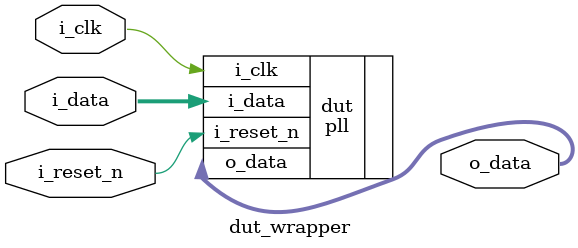
<source format=sv>
`timescale 1ps/1ps

module dut_wrapper(
    input wire i_clk,
    input wire i_reset_n,
    input wire [7:0] i_data,
    output wire [7:0] o_data
);

pll dut (
    .i_clk(i_clk),
    .i_reset_n(i_reset_n),
    .i_data(i_data),
    .o_data(o_data)
);

endmodule
</source>
